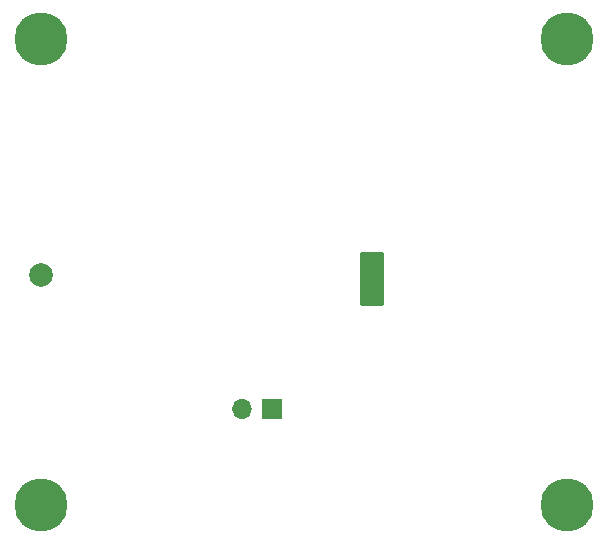
<source format=gbs>
G04 #@! TF.GenerationSoftware,KiCad,Pcbnew,8.0.2*
G04 #@! TF.CreationDate,2024-06-29T10:38:53+01:00*
G04 #@! TF.ProjectId,NB3_power,4e42335f-706f-4776-9572-2e6b69636164,0.0.5*
G04 #@! TF.SameCoordinates,PX7bfa480PY7c37510*
G04 #@! TF.FileFunction,Soldermask,Bot*
G04 #@! TF.FilePolarity,Negative*
%FSLAX46Y46*%
G04 Gerber Fmt 4.6, Leading zero omitted, Abs format (unit mm)*
G04 Created by KiCad (PCBNEW 8.0.2) date 2024-06-29 10:38:53*
%MOMM*%
%LPD*%
G01*
G04 APERTURE LIST*
G04 Aperture macros list*
%AMRoundRect*
0 Rectangle with rounded corners*
0 $1 Rounding radius*
0 $2 $3 $4 $5 $6 $7 $8 $9 X,Y pos of 4 corners*
0 Add a 4 corners polygon primitive as box body*
4,1,4,$2,$3,$4,$5,$6,$7,$8,$9,$2,$3,0*
0 Add four circle primitives for the rounded corners*
1,1,$1+$1,$2,$3*
1,1,$1+$1,$4,$5*
1,1,$1+$1,$6,$7*
1,1,$1+$1,$8,$9*
0 Add four rect primitives between the rounded corners*
20,1,$1+$1,$2,$3,$4,$5,0*
20,1,$1+$1,$4,$5,$6,$7,0*
20,1,$1+$1,$6,$7,$8,$9,0*
20,1,$1+$1,$8,$9,$2,$3,0*%
G04 Aperture macros list end*
%ADD10C,4.500000*%
%ADD11C,2.000000*%
%ADD12R,1.700000X1.700000*%
%ADD13O,1.700000X1.700000*%
%ADD14RoundRect,0.100000X-0.900000X-2.200000X0.900000X-2.200000X0.900000X2.200000X-0.900000X2.200000X0*%
G04 APERTURE END LIST*
D10*
X3250000Y2750000D03*
X47750000Y42250000D03*
D11*
X3250000Y22250000D03*
D10*
X47750000Y2750000D03*
D12*
X22775000Y10875000D03*
D13*
X20235000Y10875000D03*
D10*
X3250000Y42250000D03*
D14*
X31250000Y21900000D03*
M02*

</source>
